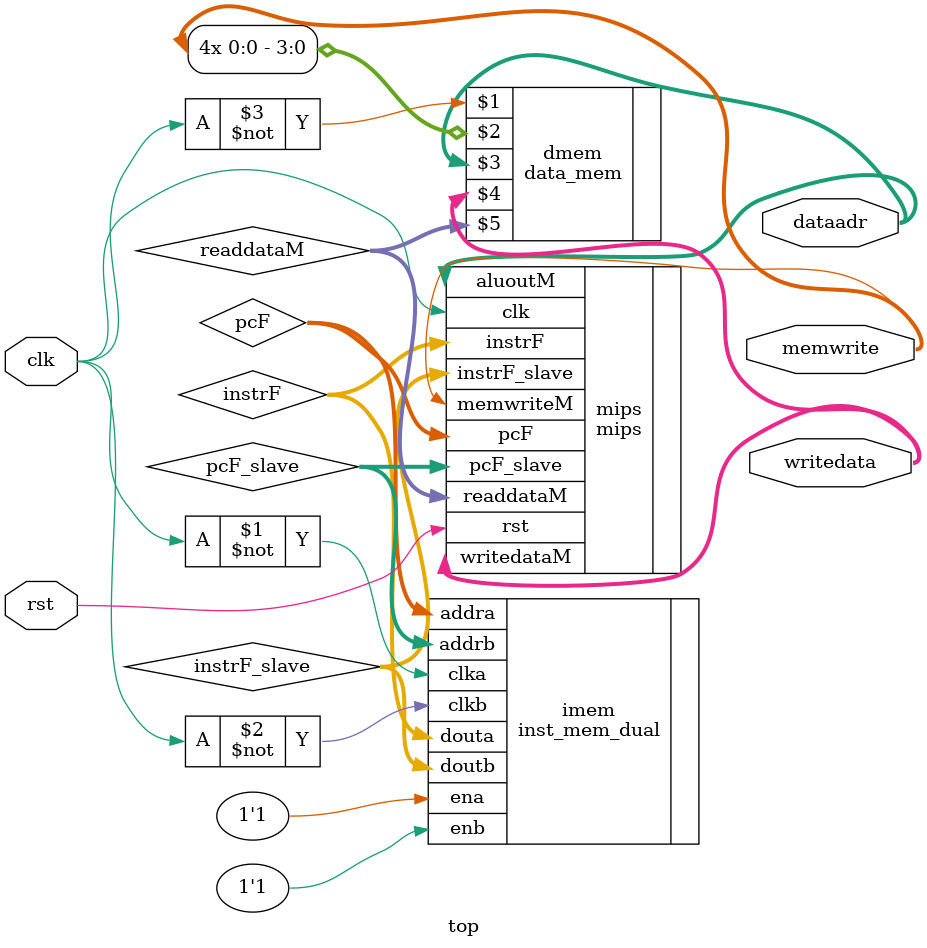
<source format=v>
`timescale 1ns / 1ps


module top(
	input wire clk,rst,
	output wire[31:0] writedata,dataadr,
	output wire memwrite
    );

	wire [31:0] pcF,pcF_slave,instrF,instrF_slave,readdataM;

	/* mips mips(clk,rst,pc,instr,memwrite,dataadr,writedata,readdata); */
	mips mips(
	.clk(clk),
	.rst(rst),
	//master
	.pcF(pcF),								// 接到指令存储器
	.instrF(instrF),
	.memwriteM(memwrite),
	.aluoutM(dataadr),
	.writedataM(writedata),
	.readdataM(readdataM),
	//slave
	.pcF_slave(pcF_slave),
	.instrF_slave(instrF_slave)
	);


	/* inst_mem imem(~clk,pc,instr); */
	inst_mem_dual imem (
    .clka(~clk),     			// input wire clka
    .ena(1'b1),      			// input wire ena
    .addra(pcF),      			// input wire [31 : 0] addra
    .douta(instrF),   			// output wire [31 : 0] douta
    .clkb(~clk),     			// input wire clkb
    .enb(1'b1),      			// input wire enb
    .addrb(pcF_slave),      	// input wire [31 : 0] addrb
    .doutb(instrF_slave)   		// output wire [31 : 0] doutb
    );

	data_mem dmem(~clk,{4{memwrite}},dataadr,writedata,readdataM);

endmodule

</source>
